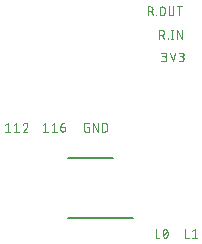
<source format=gbr>
G04 EAGLE Gerber RS-274X export*
G75*
%MOMM*%
%FSLAX34Y34*%
%LPD*%
%INSilkscreen Top*%
%IPPOS*%
%AMOC8*
5,1,8,0,0,1.08239X$1,22.5*%
G01*
%ADD10C,0.076200*%
%ADD11C,0.127000*%


D10*
X7639Y118482D02*
X9685Y120119D01*
X9685Y112753D01*
X7639Y112753D02*
X11731Y112753D01*
X14954Y118482D02*
X17000Y120119D01*
X17000Y112753D01*
X14954Y112753D02*
X19046Y112753D01*
X26362Y118278D02*
X26360Y118363D01*
X26354Y118448D01*
X26344Y118532D01*
X26331Y118616D01*
X26313Y118700D01*
X26292Y118782D01*
X26267Y118863D01*
X26238Y118943D01*
X26205Y119022D01*
X26169Y119099D01*
X26129Y119174D01*
X26086Y119248D01*
X26040Y119319D01*
X25990Y119388D01*
X25937Y119455D01*
X25881Y119519D01*
X25822Y119580D01*
X25761Y119639D01*
X25697Y119695D01*
X25630Y119748D01*
X25561Y119798D01*
X25490Y119844D01*
X25416Y119887D01*
X25341Y119927D01*
X25264Y119963D01*
X25185Y119996D01*
X25105Y120025D01*
X25024Y120050D01*
X24942Y120071D01*
X24858Y120089D01*
X24774Y120102D01*
X24690Y120112D01*
X24605Y120118D01*
X24520Y120120D01*
X24520Y120119D02*
X24424Y120117D01*
X24328Y120111D01*
X24233Y120101D01*
X24138Y120088D01*
X24043Y120070D01*
X23950Y120049D01*
X23857Y120024D01*
X23766Y119995D01*
X23675Y119963D01*
X23586Y119927D01*
X23499Y119887D01*
X23413Y119844D01*
X23329Y119798D01*
X23247Y119748D01*
X23167Y119694D01*
X23090Y119638D01*
X23015Y119578D01*
X22942Y119516D01*
X22872Y119450D01*
X22804Y119382D01*
X22739Y119311D01*
X22678Y119238D01*
X22619Y119162D01*
X22563Y119083D01*
X22511Y119003D01*
X22462Y118920D01*
X22416Y118836D01*
X22374Y118750D01*
X22336Y118662D01*
X22301Y118573D01*
X22269Y118482D01*
X25747Y116846D02*
X25807Y116905D01*
X25864Y116967D01*
X25919Y117031D01*
X25970Y117098D01*
X26019Y117167D01*
X26065Y117237D01*
X26108Y117310D01*
X26148Y117384D01*
X26184Y117460D01*
X26217Y117538D01*
X26247Y117617D01*
X26274Y117697D01*
X26297Y117778D01*
X26316Y117860D01*
X26332Y117942D01*
X26345Y118026D01*
X26354Y118110D01*
X26359Y118194D01*
X26361Y118278D01*
X25748Y116845D02*
X22269Y112753D01*
X26361Y112753D01*
X39639Y118482D02*
X41685Y120119D01*
X41685Y112753D01*
X39639Y112753D02*
X43731Y112753D01*
X46954Y118482D02*
X49000Y120119D01*
X49000Y112753D01*
X46954Y112753D02*
X51046Y112753D01*
X54269Y116845D02*
X56724Y116845D01*
X56802Y116843D01*
X56880Y116838D01*
X56957Y116828D01*
X57034Y116815D01*
X57110Y116799D01*
X57185Y116779D01*
X57259Y116755D01*
X57332Y116728D01*
X57404Y116697D01*
X57474Y116663D01*
X57543Y116626D01*
X57609Y116585D01*
X57674Y116541D01*
X57736Y116495D01*
X57796Y116445D01*
X57854Y116393D01*
X57909Y116338D01*
X57961Y116280D01*
X58011Y116220D01*
X58057Y116158D01*
X58101Y116093D01*
X58142Y116027D01*
X58179Y115958D01*
X58213Y115888D01*
X58244Y115816D01*
X58271Y115743D01*
X58295Y115669D01*
X58315Y115594D01*
X58331Y115518D01*
X58344Y115441D01*
X58354Y115364D01*
X58359Y115286D01*
X58361Y115208D01*
X58361Y114799D01*
X58359Y114710D01*
X58353Y114621D01*
X58343Y114532D01*
X58330Y114444D01*
X58313Y114356D01*
X58291Y114269D01*
X58266Y114184D01*
X58238Y114099D01*
X58205Y114016D01*
X58169Y113934D01*
X58130Y113854D01*
X58087Y113776D01*
X58041Y113700D01*
X57991Y113625D01*
X57938Y113553D01*
X57882Y113484D01*
X57823Y113417D01*
X57762Y113352D01*
X57697Y113291D01*
X57630Y113232D01*
X57561Y113176D01*
X57489Y113123D01*
X57414Y113073D01*
X57338Y113027D01*
X57260Y112984D01*
X57180Y112945D01*
X57098Y112909D01*
X57015Y112876D01*
X56930Y112848D01*
X56845Y112823D01*
X56758Y112801D01*
X56670Y112784D01*
X56582Y112771D01*
X56493Y112761D01*
X56404Y112755D01*
X56315Y112753D01*
X56226Y112755D01*
X56137Y112761D01*
X56048Y112771D01*
X55960Y112784D01*
X55872Y112801D01*
X55785Y112823D01*
X55700Y112848D01*
X55615Y112876D01*
X55532Y112909D01*
X55450Y112945D01*
X55370Y112984D01*
X55292Y113027D01*
X55216Y113073D01*
X55141Y113123D01*
X55069Y113176D01*
X55000Y113232D01*
X54933Y113291D01*
X54868Y113352D01*
X54807Y113417D01*
X54748Y113484D01*
X54692Y113553D01*
X54639Y113625D01*
X54589Y113700D01*
X54543Y113776D01*
X54500Y113854D01*
X54461Y113934D01*
X54425Y114016D01*
X54392Y114099D01*
X54364Y114184D01*
X54339Y114269D01*
X54317Y114356D01*
X54300Y114444D01*
X54287Y114532D01*
X54277Y114621D01*
X54271Y114710D01*
X54269Y114799D01*
X54269Y116845D01*
X54271Y116959D01*
X54277Y117073D01*
X54287Y117187D01*
X54301Y117301D01*
X54319Y117414D01*
X54341Y117526D01*
X54366Y117637D01*
X54396Y117747D01*
X54429Y117857D01*
X54466Y117965D01*
X54507Y118071D01*
X54552Y118177D01*
X54600Y118280D01*
X54652Y118382D01*
X54708Y118482D01*
X54766Y118580D01*
X54829Y118676D01*
X54894Y118769D01*
X54963Y118861D01*
X55035Y118949D01*
X55110Y119036D01*
X55188Y119119D01*
X55269Y119200D01*
X55352Y119278D01*
X55439Y119353D01*
X55527Y119425D01*
X55619Y119494D01*
X55712Y119559D01*
X55808Y119621D01*
X55906Y119680D01*
X56006Y119736D01*
X56108Y119788D01*
X56211Y119836D01*
X56317Y119881D01*
X56423Y119922D01*
X56531Y119959D01*
X56641Y119992D01*
X56751Y120022D01*
X56862Y120047D01*
X56974Y120069D01*
X57087Y120087D01*
X57201Y120101D01*
X57315Y120111D01*
X57429Y120117D01*
X57543Y120119D01*
X138204Y191317D02*
X138204Y198683D01*
X140250Y198683D01*
X140339Y198681D01*
X140428Y198675D01*
X140517Y198665D01*
X140605Y198652D01*
X140693Y198635D01*
X140780Y198613D01*
X140865Y198588D01*
X140950Y198560D01*
X141033Y198527D01*
X141115Y198491D01*
X141195Y198452D01*
X141273Y198409D01*
X141349Y198363D01*
X141424Y198313D01*
X141496Y198260D01*
X141565Y198204D01*
X141632Y198145D01*
X141697Y198084D01*
X141758Y198019D01*
X141817Y197952D01*
X141873Y197883D01*
X141926Y197811D01*
X141976Y197736D01*
X142022Y197660D01*
X142065Y197582D01*
X142104Y197502D01*
X142140Y197420D01*
X142173Y197337D01*
X142201Y197252D01*
X142226Y197167D01*
X142248Y197080D01*
X142265Y196992D01*
X142278Y196904D01*
X142288Y196815D01*
X142294Y196726D01*
X142296Y196637D01*
X142294Y196548D01*
X142288Y196459D01*
X142278Y196370D01*
X142265Y196282D01*
X142248Y196194D01*
X142226Y196107D01*
X142201Y196022D01*
X142173Y195937D01*
X142140Y195854D01*
X142104Y195772D01*
X142065Y195692D01*
X142022Y195614D01*
X141976Y195538D01*
X141926Y195463D01*
X141873Y195391D01*
X141817Y195322D01*
X141758Y195255D01*
X141697Y195190D01*
X141632Y195129D01*
X141565Y195070D01*
X141496Y195014D01*
X141424Y194961D01*
X141349Y194911D01*
X141273Y194865D01*
X141195Y194822D01*
X141115Y194783D01*
X141033Y194747D01*
X140950Y194714D01*
X140865Y194686D01*
X140780Y194661D01*
X140693Y194639D01*
X140605Y194622D01*
X140517Y194609D01*
X140428Y194599D01*
X140339Y194593D01*
X140250Y194591D01*
X138204Y194591D01*
X140659Y194591D02*
X142296Y191317D01*
X145115Y191317D02*
X145115Y191726D01*
X145524Y191726D01*
X145524Y191317D01*
X145115Y191317D01*
X148977Y191317D02*
X148977Y198683D01*
X148158Y191317D02*
X149795Y191317D01*
X149795Y198683D02*
X148158Y198683D01*
X153027Y198683D02*
X153027Y191317D01*
X157119Y191317D02*
X153027Y198683D01*
X157119Y198683D02*
X157119Y191317D01*
X159914Y30247D02*
X159914Y22881D01*
X163188Y22881D01*
X165994Y28610D02*
X168040Y30247D01*
X168040Y22881D01*
X165994Y22881D02*
X170086Y22881D01*
X134914Y22881D02*
X134914Y30247D01*
X134914Y22881D02*
X138188Y22881D01*
X140994Y26564D02*
X140996Y26717D01*
X141002Y26870D01*
X141011Y27022D01*
X141025Y27175D01*
X141042Y27327D01*
X141063Y27478D01*
X141088Y27629D01*
X141117Y27779D01*
X141149Y27929D01*
X141186Y28077D01*
X141226Y28225D01*
X141269Y28372D01*
X141317Y28517D01*
X141368Y28661D01*
X141422Y28804D01*
X141481Y28946D01*
X141542Y29085D01*
X141608Y29224D01*
X141634Y29294D01*
X141664Y29364D01*
X141697Y29431D01*
X141733Y29497D01*
X141772Y29561D01*
X141815Y29623D01*
X141861Y29682D01*
X141909Y29740D01*
X141960Y29794D01*
X142014Y29847D01*
X142071Y29896D01*
X142130Y29943D01*
X142191Y29986D01*
X142254Y30027D01*
X142319Y30064D01*
X142386Y30099D01*
X142455Y30129D01*
X142525Y30157D01*
X142596Y30180D01*
X142668Y30201D01*
X142741Y30217D01*
X142815Y30230D01*
X142890Y30240D01*
X142965Y30245D01*
X143040Y30247D01*
X143115Y30245D01*
X143190Y30240D01*
X143265Y30230D01*
X143339Y30217D01*
X143412Y30201D01*
X143484Y30180D01*
X143555Y30157D01*
X143625Y30129D01*
X143694Y30099D01*
X143761Y30064D01*
X143826Y30027D01*
X143889Y29986D01*
X143950Y29943D01*
X144009Y29896D01*
X144066Y29847D01*
X144120Y29794D01*
X144171Y29740D01*
X144220Y29682D01*
X144265Y29623D01*
X144308Y29561D01*
X144347Y29497D01*
X144384Y29431D01*
X144416Y29363D01*
X144446Y29294D01*
X144472Y29224D01*
X144537Y29086D01*
X144599Y28946D01*
X144657Y28804D01*
X144712Y28661D01*
X144763Y28517D01*
X144811Y28372D01*
X144854Y28225D01*
X144894Y28078D01*
X144931Y27929D01*
X144963Y27779D01*
X144992Y27629D01*
X145017Y27478D01*
X145038Y27327D01*
X145055Y27175D01*
X145069Y27022D01*
X145078Y26870D01*
X145084Y26717D01*
X145086Y26564D01*
X140994Y26564D02*
X140996Y26411D01*
X141002Y26258D01*
X141011Y26105D01*
X141025Y25953D01*
X141042Y25801D01*
X141063Y25650D01*
X141088Y25499D01*
X141117Y25348D01*
X141149Y25199D01*
X141186Y25050D01*
X141226Y24903D01*
X141269Y24756D01*
X141317Y24611D01*
X141368Y24466D01*
X141423Y24324D01*
X141481Y24182D01*
X141543Y24042D01*
X141608Y23904D01*
X141634Y23833D01*
X141664Y23764D01*
X141697Y23697D01*
X141733Y23631D01*
X141772Y23567D01*
X141815Y23505D01*
X141861Y23446D01*
X141909Y23388D01*
X141960Y23334D01*
X142014Y23281D01*
X142071Y23232D01*
X142130Y23185D01*
X142191Y23142D01*
X142254Y23101D01*
X142319Y23064D01*
X142386Y23029D01*
X142455Y22999D01*
X142525Y22971D01*
X142596Y22948D01*
X142668Y22927D01*
X142741Y22911D01*
X142815Y22898D01*
X142890Y22888D01*
X142965Y22883D01*
X143040Y22881D01*
X144472Y23904D02*
X144537Y24042D01*
X144599Y24182D01*
X144657Y24324D01*
X144712Y24467D01*
X144763Y24611D01*
X144811Y24756D01*
X144854Y24903D01*
X144894Y25051D01*
X144931Y25199D01*
X144963Y25349D01*
X144992Y25499D01*
X145017Y25650D01*
X145038Y25801D01*
X145055Y25953D01*
X145069Y26106D01*
X145078Y26258D01*
X145084Y26411D01*
X145086Y26564D01*
X144472Y23904D02*
X144446Y23834D01*
X144416Y23764D01*
X144384Y23697D01*
X144347Y23631D01*
X144308Y23567D01*
X144265Y23505D01*
X144219Y23446D01*
X144171Y23388D01*
X144120Y23334D01*
X144066Y23281D01*
X144009Y23232D01*
X143950Y23185D01*
X143889Y23142D01*
X143826Y23101D01*
X143761Y23064D01*
X143694Y23029D01*
X143625Y22999D01*
X143555Y22971D01*
X143484Y22948D01*
X143412Y22927D01*
X143339Y22911D01*
X143265Y22898D01*
X143190Y22888D01*
X143115Y22883D01*
X143040Y22881D01*
X141403Y24518D02*
X144677Y28610D01*
X128206Y211317D02*
X128206Y218683D01*
X130252Y218683D01*
X130341Y218681D01*
X130430Y218675D01*
X130519Y218665D01*
X130607Y218652D01*
X130695Y218635D01*
X130782Y218613D01*
X130867Y218588D01*
X130952Y218560D01*
X131035Y218527D01*
X131117Y218491D01*
X131197Y218452D01*
X131275Y218409D01*
X131351Y218363D01*
X131426Y218313D01*
X131498Y218260D01*
X131567Y218204D01*
X131634Y218145D01*
X131699Y218084D01*
X131760Y218019D01*
X131819Y217952D01*
X131875Y217883D01*
X131928Y217811D01*
X131978Y217736D01*
X132024Y217660D01*
X132067Y217582D01*
X132106Y217502D01*
X132142Y217420D01*
X132175Y217337D01*
X132203Y217252D01*
X132228Y217167D01*
X132250Y217080D01*
X132267Y216992D01*
X132280Y216904D01*
X132290Y216815D01*
X132296Y216726D01*
X132298Y216637D01*
X132296Y216548D01*
X132290Y216459D01*
X132280Y216370D01*
X132267Y216282D01*
X132250Y216194D01*
X132228Y216107D01*
X132203Y216022D01*
X132175Y215937D01*
X132142Y215854D01*
X132106Y215772D01*
X132067Y215692D01*
X132024Y215614D01*
X131978Y215538D01*
X131928Y215463D01*
X131875Y215391D01*
X131819Y215322D01*
X131760Y215255D01*
X131699Y215190D01*
X131634Y215129D01*
X131567Y215070D01*
X131498Y215014D01*
X131426Y214961D01*
X131351Y214911D01*
X131275Y214865D01*
X131197Y214822D01*
X131117Y214783D01*
X131035Y214747D01*
X130952Y214714D01*
X130867Y214686D01*
X130782Y214661D01*
X130695Y214639D01*
X130607Y214622D01*
X130519Y214609D01*
X130430Y214599D01*
X130341Y214593D01*
X130252Y214591D01*
X128206Y214591D01*
X130662Y214591D02*
X132299Y211317D01*
X135117Y211317D02*
X135117Y211726D01*
X135527Y211726D01*
X135527Y211317D01*
X135117Y211317D01*
X138396Y213363D02*
X138396Y216637D01*
X138397Y216637D02*
X138399Y216726D01*
X138405Y216815D01*
X138415Y216904D01*
X138428Y216992D01*
X138445Y217080D01*
X138467Y217167D01*
X138492Y217252D01*
X138520Y217337D01*
X138553Y217420D01*
X138589Y217502D01*
X138628Y217582D01*
X138671Y217660D01*
X138717Y217736D01*
X138767Y217811D01*
X138820Y217883D01*
X138876Y217952D01*
X138935Y218019D01*
X138996Y218084D01*
X139061Y218145D01*
X139128Y218204D01*
X139197Y218260D01*
X139269Y218313D01*
X139344Y218363D01*
X139420Y218409D01*
X139498Y218452D01*
X139578Y218491D01*
X139660Y218527D01*
X139743Y218560D01*
X139828Y218588D01*
X139913Y218613D01*
X140000Y218635D01*
X140088Y218652D01*
X140176Y218665D01*
X140265Y218675D01*
X140354Y218681D01*
X140443Y218683D01*
X140532Y218681D01*
X140621Y218675D01*
X140710Y218665D01*
X140798Y218652D01*
X140886Y218635D01*
X140973Y218613D01*
X141058Y218588D01*
X141143Y218560D01*
X141226Y218527D01*
X141308Y218491D01*
X141388Y218452D01*
X141466Y218409D01*
X141542Y218363D01*
X141617Y218313D01*
X141689Y218260D01*
X141758Y218204D01*
X141825Y218145D01*
X141890Y218084D01*
X141951Y218019D01*
X142010Y217952D01*
X142066Y217883D01*
X142119Y217811D01*
X142169Y217736D01*
X142215Y217660D01*
X142258Y217582D01*
X142297Y217502D01*
X142333Y217420D01*
X142366Y217337D01*
X142394Y217252D01*
X142419Y217167D01*
X142441Y217080D01*
X142458Y216992D01*
X142471Y216904D01*
X142481Y216815D01*
X142487Y216726D01*
X142489Y216637D01*
X142489Y213363D01*
X142487Y213274D01*
X142481Y213185D01*
X142471Y213096D01*
X142458Y213008D01*
X142441Y212920D01*
X142419Y212833D01*
X142394Y212748D01*
X142366Y212663D01*
X142333Y212580D01*
X142297Y212498D01*
X142258Y212418D01*
X142215Y212340D01*
X142169Y212264D01*
X142119Y212189D01*
X142066Y212117D01*
X142010Y212048D01*
X141951Y211981D01*
X141890Y211916D01*
X141825Y211855D01*
X141758Y211796D01*
X141689Y211740D01*
X141617Y211687D01*
X141542Y211637D01*
X141466Y211591D01*
X141388Y211548D01*
X141308Y211509D01*
X141226Y211473D01*
X141143Y211440D01*
X141058Y211412D01*
X140973Y211387D01*
X140886Y211365D01*
X140798Y211348D01*
X140710Y211335D01*
X140621Y211325D01*
X140532Y211319D01*
X140443Y211317D01*
X140354Y211319D01*
X140265Y211325D01*
X140176Y211335D01*
X140088Y211348D01*
X140000Y211365D01*
X139913Y211387D01*
X139828Y211412D01*
X139743Y211440D01*
X139660Y211473D01*
X139578Y211509D01*
X139498Y211548D01*
X139420Y211591D01*
X139344Y211637D01*
X139269Y211687D01*
X139197Y211740D01*
X139128Y211796D01*
X139061Y211855D01*
X138996Y211916D01*
X138935Y211981D01*
X138876Y212048D01*
X138820Y212117D01*
X138767Y212189D01*
X138717Y212264D01*
X138671Y212340D01*
X138628Y212418D01*
X138589Y212498D01*
X138553Y212580D01*
X138520Y212663D01*
X138492Y212748D01*
X138467Y212833D01*
X138445Y212920D01*
X138428Y213008D01*
X138415Y213096D01*
X138405Y213185D01*
X138399Y213274D01*
X138397Y213363D01*
X145955Y213363D02*
X145955Y218683D01*
X145956Y213363D02*
X145958Y213274D01*
X145964Y213185D01*
X145974Y213096D01*
X145987Y213008D01*
X146004Y212920D01*
X146026Y212833D01*
X146051Y212748D01*
X146079Y212663D01*
X146112Y212580D01*
X146148Y212498D01*
X146187Y212418D01*
X146230Y212340D01*
X146276Y212264D01*
X146326Y212189D01*
X146379Y212117D01*
X146435Y212048D01*
X146494Y211981D01*
X146555Y211916D01*
X146620Y211855D01*
X146687Y211796D01*
X146756Y211740D01*
X146828Y211687D01*
X146903Y211637D01*
X146979Y211591D01*
X147057Y211548D01*
X147137Y211509D01*
X147219Y211473D01*
X147302Y211440D01*
X147387Y211412D01*
X147472Y211387D01*
X147559Y211365D01*
X147647Y211348D01*
X147735Y211335D01*
X147824Y211325D01*
X147913Y211319D01*
X148002Y211317D01*
X148091Y211319D01*
X148180Y211325D01*
X148269Y211335D01*
X148357Y211348D01*
X148445Y211365D01*
X148532Y211387D01*
X148617Y211412D01*
X148702Y211440D01*
X148785Y211473D01*
X148867Y211509D01*
X148947Y211548D01*
X149025Y211591D01*
X149101Y211637D01*
X149176Y211687D01*
X149248Y211740D01*
X149317Y211796D01*
X149384Y211855D01*
X149449Y211916D01*
X149510Y211981D01*
X149569Y212048D01*
X149625Y212117D01*
X149678Y212189D01*
X149728Y212264D01*
X149774Y212340D01*
X149817Y212418D01*
X149856Y212498D01*
X149892Y212580D01*
X149925Y212663D01*
X149953Y212748D01*
X149978Y212833D01*
X150000Y212920D01*
X150017Y213008D01*
X150030Y213096D01*
X150040Y213185D01*
X150046Y213274D01*
X150048Y213363D01*
X150048Y218683D01*
X155073Y218683D02*
X155073Y211317D01*
X153027Y218683D02*
X157119Y218683D01*
X78243Y116845D02*
X77016Y116845D01*
X78243Y116845D02*
X78243Y112753D01*
X75788Y112753D01*
X75710Y112755D01*
X75632Y112760D01*
X75555Y112770D01*
X75478Y112783D01*
X75402Y112799D01*
X75327Y112819D01*
X75253Y112843D01*
X75180Y112870D01*
X75108Y112901D01*
X75038Y112935D01*
X74970Y112972D01*
X74903Y113013D01*
X74838Y113057D01*
X74776Y113103D01*
X74716Y113153D01*
X74658Y113205D01*
X74603Y113260D01*
X74551Y113318D01*
X74501Y113378D01*
X74455Y113440D01*
X74411Y113505D01*
X74370Y113572D01*
X74333Y113640D01*
X74299Y113710D01*
X74268Y113782D01*
X74241Y113855D01*
X74217Y113929D01*
X74197Y114004D01*
X74181Y114080D01*
X74168Y114157D01*
X74158Y114234D01*
X74153Y114312D01*
X74151Y114390D01*
X74151Y118482D01*
X74153Y118562D01*
X74159Y118642D01*
X74169Y118722D01*
X74182Y118801D01*
X74200Y118880D01*
X74221Y118957D01*
X74247Y119033D01*
X74276Y119108D01*
X74308Y119182D01*
X74344Y119254D01*
X74384Y119324D01*
X74427Y119391D01*
X74473Y119457D01*
X74523Y119520D01*
X74575Y119581D01*
X74630Y119640D01*
X74689Y119695D01*
X74749Y119747D01*
X74813Y119797D01*
X74879Y119843D01*
X74946Y119886D01*
X75016Y119926D01*
X75088Y119962D01*
X75162Y119994D01*
X75236Y120023D01*
X75313Y120049D01*
X75390Y120070D01*
X75469Y120088D01*
X75548Y120101D01*
X75628Y120111D01*
X75708Y120117D01*
X75788Y120119D01*
X78243Y120119D01*
X81954Y120119D02*
X81954Y112753D01*
X86046Y112753D02*
X81954Y120119D01*
X86046Y120119D02*
X86046Y112753D01*
X89757Y112753D02*
X89757Y120119D01*
X91803Y120119D01*
X91892Y120117D01*
X91981Y120111D01*
X92070Y120101D01*
X92158Y120088D01*
X92246Y120071D01*
X92333Y120049D01*
X92418Y120024D01*
X92503Y119996D01*
X92586Y119963D01*
X92668Y119927D01*
X92748Y119888D01*
X92826Y119845D01*
X92902Y119799D01*
X92977Y119749D01*
X93049Y119696D01*
X93118Y119640D01*
X93185Y119581D01*
X93250Y119520D01*
X93311Y119455D01*
X93370Y119388D01*
X93426Y119319D01*
X93479Y119247D01*
X93529Y119172D01*
X93575Y119096D01*
X93618Y119018D01*
X93657Y118938D01*
X93693Y118856D01*
X93726Y118773D01*
X93754Y118688D01*
X93779Y118603D01*
X93801Y118516D01*
X93818Y118428D01*
X93831Y118340D01*
X93841Y118251D01*
X93847Y118162D01*
X93849Y118073D01*
X93849Y114799D01*
X93847Y114710D01*
X93841Y114621D01*
X93831Y114532D01*
X93818Y114444D01*
X93801Y114356D01*
X93779Y114269D01*
X93754Y114184D01*
X93726Y114099D01*
X93693Y114016D01*
X93657Y113934D01*
X93618Y113854D01*
X93575Y113776D01*
X93529Y113700D01*
X93479Y113625D01*
X93426Y113553D01*
X93370Y113484D01*
X93311Y113417D01*
X93250Y113352D01*
X93185Y113291D01*
X93118Y113232D01*
X93049Y113176D01*
X92977Y113123D01*
X92902Y113073D01*
X92826Y113027D01*
X92748Y112984D01*
X92668Y112945D01*
X92586Y112909D01*
X92503Y112876D01*
X92418Y112848D01*
X92333Y112823D01*
X92246Y112801D01*
X92158Y112784D01*
X92070Y112771D01*
X91981Y112761D01*
X91892Y112755D01*
X91803Y112753D01*
X89757Y112753D01*
X139881Y172317D02*
X141927Y172317D01*
X142016Y172319D01*
X142105Y172325D01*
X142194Y172335D01*
X142282Y172348D01*
X142370Y172365D01*
X142457Y172387D01*
X142542Y172412D01*
X142627Y172440D01*
X142710Y172473D01*
X142792Y172509D01*
X142872Y172548D01*
X142950Y172591D01*
X143026Y172637D01*
X143101Y172687D01*
X143173Y172740D01*
X143242Y172796D01*
X143309Y172855D01*
X143374Y172916D01*
X143435Y172981D01*
X143494Y173048D01*
X143550Y173117D01*
X143603Y173189D01*
X143653Y173264D01*
X143699Y173340D01*
X143742Y173418D01*
X143781Y173498D01*
X143817Y173580D01*
X143850Y173663D01*
X143878Y173748D01*
X143903Y173833D01*
X143925Y173920D01*
X143942Y174008D01*
X143955Y174096D01*
X143965Y174185D01*
X143971Y174274D01*
X143973Y174363D01*
X143971Y174452D01*
X143965Y174541D01*
X143955Y174630D01*
X143942Y174718D01*
X143925Y174806D01*
X143903Y174893D01*
X143878Y174978D01*
X143850Y175063D01*
X143817Y175146D01*
X143781Y175228D01*
X143742Y175308D01*
X143699Y175386D01*
X143653Y175462D01*
X143603Y175537D01*
X143550Y175609D01*
X143494Y175678D01*
X143435Y175745D01*
X143374Y175810D01*
X143309Y175871D01*
X143242Y175930D01*
X143173Y175986D01*
X143101Y176039D01*
X143026Y176089D01*
X142950Y176135D01*
X142872Y176178D01*
X142792Y176217D01*
X142710Y176253D01*
X142627Y176286D01*
X142542Y176314D01*
X142457Y176339D01*
X142370Y176361D01*
X142282Y176378D01*
X142194Y176391D01*
X142105Y176401D01*
X142016Y176407D01*
X141927Y176409D01*
X142336Y179683D02*
X139881Y179683D01*
X142336Y179683D02*
X142415Y179681D01*
X142494Y179675D01*
X142573Y179666D01*
X142651Y179653D01*
X142728Y179635D01*
X142804Y179615D01*
X142879Y179590D01*
X142953Y179562D01*
X143026Y179531D01*
X143097Y179495D01*
X143166Y179457D01*
X143233Y179415D01*
X143298Y179370D01*
X143361Y179322D01*
X143422Y179271D01*
X143479Y179217D01*
X143535Y179161D01*
X143587Y179102D01*
X143637Y179040D01*
X143683Y178976D01*
X143727Y178910D01*
X143767Y178842D01*
X143803Y178772D01*
X143837Y178700D01*
X143867Y178626D01*
X143893Y178552D01*
X143916Y178476D01*
X143934Y178399D01*
X143950Y178322D01*
X143961Y178243D01*
X143969Y178165D01*
X143973Y178086D01*
X143973Y178006D01*
X143969Y177927D01*
X143961Y177849D01*
X143950Y177770D01*
X143934Y177693D01*
X143916Y177616D01*
X143893Y177540D01*
X143867Y177466D01*
X143837Y177392D01*
X143803Y177320D01*
X143767Y177250D01*
X143727Y177182D01*
X143683Y177116D01*
X143637Y177052D01*
X143587Y176990D01*
X143535Y176931D01*
X143479Y176875D01*
X143422Y176821D01*
X143361Y176770D01*
X143298Y176722D01*
X143233Y176677D01*
X143166Y176635D01*
X143097Y176597D01*
X143026Y176561D01*
X142953Y176530D01*
X142879Y176502D01*
X142804Y176477D01*
X142728Y176457D01*
X142651Y176439D01*
X142573Y176426D01*
X142494Y176417D01*
X142415Y176411D01*
X142336Y176409D01*
X140699Y176409D01*
X146787Y179683D02*
X149242Y172317D01*
X151698Y179683D01*
X154511Y172317D02*
X156557Y172317D01*
X156646Y172319D01*
X156735Y172325D01*
X156824Y172335D01*
X156912Y172348D01*
X157000Y172365D01*
X157087Y172387D01*
X157172Y172412D01*
X157257Y172440D01*
X157340Y172473D01*
X157422Y172509D01*
X157502Y172548D01*
X157580Y172591D01*
X157656Y172637D01*
X157731Y172687D01*
X157803Y172740D01*
X157872Y172796D01*
X157939Y172855D01*
X158004Y172916D01*
X158065Y172981D01*
X158124Y173048D01*
X158180Y173117D01*
X158233Y173189D01*
X158283Y173264D01*
X158329Y173340D01*
X158372Y173418D01*
X158411Y173498D01*
X158447Y173580D01*
X158480Y173663D01*
X158508Y173748D01*
X158533Y173833D01*
X158555Y173920D01*
X158572Y174008D01*
X158585Y174096D01*
X158595Y174185D01*
X158601Y174274D01*
X158603Y174363D01*
X158601Y174452D01*
X158595Y174541D01*
X158585Y174630D01*
X158572Y174718D01*
X158555Y174806D01*
X158533Y174893D01*
X158508Y174978D01*
X158480Y175063D01*
X158447Y175146D01*
X158411Y175228D01*
X158372Y175308D01*
X158329Y175386D01*
X158283Y175462D01*
X158233Y175537D01*
X158180Y175609D01*
X158124Y175678D01*
X158065Y175745D01*
X158004Y175810D01*
X157939Y175871D01*
X157872Y175930D01*
X157803Y175986D01*
X157731Y176039D01*
X157656Y176089D01*
X157580Y176135D01*
X157502Y176178D01*
X157422Y176217D01*
X157340Y176253D01*
X157257Y176286D01*
X157172Y176314D01*
X157087Y176339D01*
X157000Y176361D01*
X156912Y176378D01*
X156824Y176391D01*
X156735Y176401D01*
X156646Y176407D01*
X156557Y176409D01*
X156967Y179683D02*
X154511Y179683D01*
X156967Y179683D02*
X157046Y179681D01*
X157125Y179675D01*
X157204Y179666D01*
X157282Y179653D01*
X157359Y179635D01*
X157435Y179615D01*
X157510Y179590D01*
X157584Y179562D01*
X157657Y179531D01*
X157728Y179495D01*
X157797Y179457D01*
X157864Y179415D01*
X157929Y179370D01*
X157992Y179322D01*
X158053Y179271D01*
X158110Y179217D01*
X158166Y179161D01*
X158218Y179102D01*
X158268Y179040D01*
X158314Y178976D01*
X158358Y178910D01*
X158398Y178842D01*
X158434Y178772D01*
X158468Y178700D01*
X158498Y178626D01*
X158524Y178552D01*
X158547Y178476D01*
X158565Y178399D01*
X158581Y178322D01*
X158592Y178243D01*
X158600Y178165D01*
X158604Y178086D01*
X158604Y178006D01*
X158600Y177927D01*
X158592Y177849D01*
X158581Y177770D01*
X158565Y177693D01*
X158547Y177616D01*
X158524Y177540D01*
X158498Y177466D01*
X158468Y177392D01*
X158434Y177320D01*
X158398Y177250D01*
X158358Y177182D01*
X158314Y177116D01*
X158268Y177052D01*
X158218Y176990D01*
X158166Y176931D01*
X158110Y176875D01*
X158053Y176821D01*
X157992Y176770D01*
X157929Y176722D01*
X157864Y176677D01*
X157797Y176635D01*
X157728Y176597D01*
X157657Y176561D01*
X157584Y176530D01*
X157510Y176502D01*
X157435Y176477D01*
X157359Y176457D01*
X157282Y176439D01*
X157204Y176426D01*
X157125Y176417D01*
X157046Y176411D01*
X156967Y176409D01*
X155330Y176409D01*
D11*
X115560Y39600D02*
X60950Y39600D01*
X60950Y90400D02*
X99050Y90400D01*
M02*

</source>
